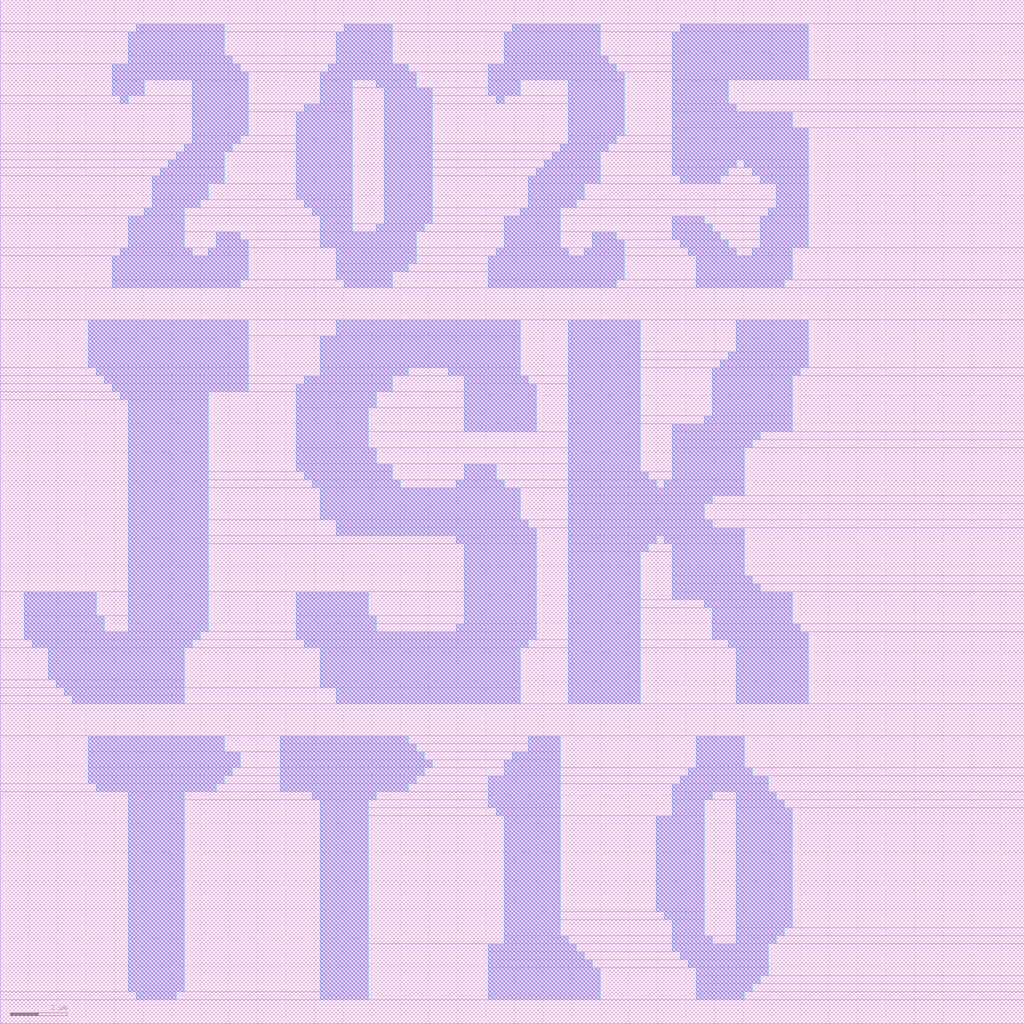
<source format=lef>
VERSION 5.7 ;
  NOWIREEXTENSIONATPIN ON ;
  DIVIDERCHAR "/" ;
  BUSBITCHARS "[]" ;
MACRO my_logo
  CLASS BLOCK ;
  FOREIGN my_logo ;
  ORIGIN 0.000 0.000 ;
  SIZE 35.840 BY 35.840 ;
  OBS
      LAYER met1 ;
        RECT 0.000 35.000 35.840 35.840 ;
        RECT 0.000 34.720 4.760 35.000 ;
      LAYER met1 ;
        RECT 4.760 34.720 7.840 35.000 ;
      LAYER met1 ;
        RECT 7.840 34.720 12.040 35.000 ;
      LAYER met1 ;
        RECT 12.040 34.720 13.720 35.000 ;
      LAYER met1 ;
        RECT 13.720 34.720 17.920 35.000 ;
      LAYER met1 ;
        RECT 17.920 34.720 21.000 35.000 ;
      LAYER met1 ;
        RECT 21.000 34.720 23.800 35.000 ;
      LAYER met1 ;
        RECT 23.800 34.720 28.280 35.000 ;
      LAYER met1 ;
        RECT 0.000 33.600 4.480 34.720 ;
      LAYER met1 ;
        RECT 4.480 33.880 7.840 34.720 ;
      LAYER met1 ;
        RECT 7.840 33.880 11.760 34.720 ;
      LAYER met1 ;
        RECT 4.480 33.600 8.120 33.880 ;
      LAYER met1 ;
        RECT 8.120 33.600 11.760 33.880 ;
      LAYER met1 ;
        RECT 11.760 33.600 13.720 34.720 ;
      LAYER met1 ;
        RECT 13.720 33.600 17.640 34.720 ;
      LAYER met1 ;
        RECT 17.640 33.880 21.000 34.720 ;
      LAYER met1 ;
        RECT 21.000 33.880 23.520 34.720 ;
      LAYER met1 ;
        RECT 17.640 33.600 21.280 33.880 ;
      LAYER met1 ;
        RECT 21.280 33.600 23.520 33.880 ;
        RECT 0.000 32.480 3.920 33.600 ;
      LAYER met1 ;
        RECT 3.920 33.320 8.400 33.600 ;
      LAYER met1 ;
        RECT 8.400 33.320 11.480 33.600 ;
      LAYER met1 ;
        RECT 11.480 33.320 14.280 33.600 ;
      LAYER met1 ;
        RECT 14.280 33.320 17.080 33.600 ;
      LAYER met1 ;
        RECT 17.080 33.320 21.560 33.600 ;
      LAYER met1 ;
        RECT 21.560 33.320 23.520 33.600 ;
      LAYER met1 ;
        RECT 3.920 33.040 8.680 33.320 ;
        RECT 3.920 32.480 5.040 33.040 ;
      LAYER met1 ;
        RECT 5.040 32.480 6.720 33.040 ;
        RECT 0.000 32.200 4.200 32.480 ;
      LAYER met1 ;
        RECT 4.200 32.200 4.480 32.480 ;
      LAYER met1 ;
        RECT 4.480 32.200 6.720 32.480 ;
        RECT 0.000 30.800 6.720 32.200 ;
      LAYER met1 ;
        RECT 6.720 31.080 8.680 33.040 ;
      LAYER met1 ;
        RECT 8.680 32.200 11.200 33.320 ;
      LAYER met1 ;
        RECT 11.200 33.040 14.560 33.320 ;
        RECT 11.200 32.200 12.320 33.040 ;
      LAYER met1 ;
        RECT 12.320 32.760 13.160 33.040 ;
      LAYER met1 ;
        RECT 13.160 32.760 14.560 33.040 ;
      LAYER met1 ;
        RECT 14.560 32.760 17.080 33.320 ;
      LAYER met1 ;
        RECT 17.080 33.040 21.840 33.320 ;
      LAYER met1 ;
        RECT 8.680 31.920 10.640 32.200 ;
      LAYER met1 ;
        RECT 10.640 31.920 12.320 32.200 ;
      LAYER met1 ;
        RECT 8.680 31.080 10.360 31.920 ;
      LAYER met1 ;
        RECT 6.720 30.800 8.400 31.080 ;
      LAYER met1 ;
        RECT 8.400 30.800 10.360 31.080 ;
        RECT 0.000 30.520 6.440 30.800 ;
      LAYER met1 ;
        RECT 6.440 30.520 8.120 30.800 ;
      LAYER met1 ;
        RECT 8.120 30.520 10.360 30.800 ;
        RECT 0.000 30.240 6.160 30.520 ;
      LAYER met1 ;
        RECT 6.160 30.240 7.840 30.520 ;
      LAYER met1 ;
        RECT 0.000 29.960 5.880 30.240 ;
      LAYER met1 ;
        RECT 5.880 29.960 7.840 30.240 ;
      LAYER met1 ;
        RECT 0.000 29.680 5.600 29.960 ;
      LAYER met1 ;
        RECT 5.600 29.680 7.840 29.960 ;
      LAYER met1 ;
        RECT 0.000 28.560 5.320 29.680 ;
      LAYER met1 ;
        RECT 5.320 29.400 7.840 29.680 ;
      LAYER met1 ;
        RECT 7.840 29.400 10.360 30.520 ;
      LAYER met1 ;
        RECT 5.320 28.840 7.280 29.400 ;
      LAYER met1 ;
        RECT 7.280 28.840 10.360 29.400 ;
      LAYER met1 ;
        RECT 10.360 28.840 12.320 31.920 ;
        RECT 5.320 28.560 7.000 28.840 ;
      LAYER met1 ;
        RECT 7.000 28.560 10.640 28.840 ;
      LAYER met1 ;
        RECT 10.640 28.560 12.320 28.840 ;
      LAYER met1 ;
        RECT 0.000 28.280 5.040 28.560 ;
      LAYER met1 ;
        RECT 5.040 28.280 6.440 28.560 ;
      LAYER met1 ;
        RECT 6.440 28.280 10.920 28.560 ;
      LAYER met1 ;
        RECT 10.920 28.280 12.320 28.560 ;
      LAYER met1 ;
        RECT 0.000 27.160 4.480 28.280 ;
      LAYER met1 ;
        RECT 4.480 27.160 6.440 28.280 ;
      LAYER met1 ;
        RECT 6.440 27.720 11.200 28.280 ;
      LAYER met1 ;
        RECT 11.200 27.720 12.320 28.280 ;
      LAYER met1 ;
        RECT 12.320 28.000 13.440 32.760 ;
      LAYER met1 ;
        RECT 13.440 28.000 15.120 32.760 ;
      LAYER met1 ;
        RECT 15.120 32.480 17.080 32.760 ;
      LAYER met1 ;
        RECT 17.080 32.480 18.200 33.040 ;
      LAYER met1 ;
        RECT 18.200 32.480 19.880 33.040 ;
        RECT 15.120 32.200 17.360 32.480 ;
      LAYER met1 ;
        RECT 17.360 32.200 17.640 32.480 ;
      LAYER met1 ;
        RECT 17.640 32.200 19.880 32.480 ;
        RECT 15.120 30.800 19.880 32.200 ;
      LAYER met1 ;
        RECT 19.880 31.080 21.840 33.040 ;
      LAYER met1 ;
        RECT 21.840 31.080 23.520 33.320 ;
      LAYER met1 ;
        RECT 23.520 33.040 28.280 34.720 ;
      LAYER met1 ;
        RECT 28.280 33.040 35.840 35.000 ;
      LAYER met1 ;
        RECT 23.520 32.200 25.480 33.040 ;
      LAYER met1 ;
        RECT 25.480 32.200 35.840 33.040 ;
      LAYER met1 ;
        RECT 23.520 31.920 25.760 32.200 ;
      LAYER met1 ;
        RECT 25.760 31.920 35.840 32.200 ;
      LAYER met1 ;
        RECT 23.520 31.360 27.720 31.920 ;
      LAYER met1 ;
        RECT 27.720 31.360 35.840 31.920 ;
      LAYER met1 ;
        RECT 19.880 30.800 21.560 31.080 ;
      LAYER met1 ;
        RECT 21.560 30.800 23.520 31.080 ;
        RECT 15.120 30.520 19.600 30.800 ;
      LAYER met1 ;
        RECT 19.600 30.520 21.280 30.800 ;
      LAYER met1 ;
        RECT 21.280 30.520 23.520 30.800 ;
        RECT 15.120 30.240 19.320 30.520 ;
      LAYER met1 ;
        RECT 19.320 30.240 21.000 30.520 ;
      LAYER met1 ;
        RECT 15.120 29.960 19.040 30.240 ;
      LAYER met1 ;
        RECT 19.040 29.960 21.000 30.240 ;
      LAYER met1 ;
        RECT 15.120 29.680 18.760 29.960 ;
      LAYER met1 ;
        RECT 18.760 29.680 21.000 29.960 ;
      LAYER met1 ;
        RECT 21.000 29.680 23.520 30.520 ;
      LAYER met1 ;
        RECT 23.520 30.240 28.280 31.360 ;
        RECT 23.520 29.960 25.760 30.240 ;
      LAYER met1 ;
        RECT 25.760 29.960 26.040 30.240 ;
      LAYER met1 ;
        RECT 26.040 29.960 28.280 30.240 ;
        RECT 23.520 29.680 25.480 29.960 ;
      LAYER met1 ;
        RECT 25.480 29.680 26.320 29.960 ;
      LAYER met1 ;
        RECT 26.320 29.680 28.280 29.960 ;
      LAYER met1 ;
        RECT 15.120 28.560 18.480 29.680 ;
      LAYER met1 ;
        RECT 18.480 29.400 21.000 29.680 ;
      LAYER met1 ;
        RECT 21.000 29.400 23.800 29.680 ;
      LAYER met1 ;
        RECT 23.800 29.400 25.200 29.680 ;
      LAYER met1 ;
        RECT 25.200 29.400 26.600 29.680 ;
      LAYER met1 ;
        RECT 26.600 29.400 28.280 29.680 ;
        RECT 18.480 28.840 20.440 29.400 ;
      LAYER met1 ;
        RECT 20.440 28.840 27.160 29.400 ;
      LAYER met1 ;
        RECT 18.480 28.560 20.160 28.840 ;
      LAYER met1 ;
        RECT 20.160 28.560 27.160 28.840 ;
      LAYER met1 ;
        RECT 27.160 28.560 28.280 29.400 ;
      LAYER met1 ;
        RECT 15.120 28.280 18.200 28.560 ;
      LAYER met1 ;
        RECT 18.200 28.280 19.600 28.560 ;
      LAYER met1 ;
        RECT 19.600 28.280 26.880 28.560 ;
      LAYER met1 ;
        RECT 26.880 28.280 28.280 28.560 ;
      LAYER met1 ;
        RECT 15.120 28.000 17.640 28.280 ;
        RECT 12.320 27.720 13.160 28.000 ;
      LAYER met1 ;
        RECT 13.160 27.720 14.840 28.000 ;
      LAYER met1 ;
        RECT 14.840 27.720 17.640 28.000 ;
        RECT 6.440 27.160 7.560 27.720 ;
      LAYER met1 ;
        RECT 7.560 27.440 8.400 27.720 ;
      LAYER met1 ;
        RECT 8.400 27.440 11.200 27.720 ;
      LAYER met1 ;
        RECT 7.560 27.160 8.680 27.440 ;
      LAYER met1 ;
        RECT 8.680 27.160 11.200 27.440 ;
      LAYER met1 ;
        RECT 11.200 27.160 14.560 27.720 ;
      LAYER met1 ;
        RECT 14.560 27.160 17.640 27.720 ;
      LAYER met1 ;
        RECT 17.640 27.160 19.600 28.280 ;
      LAYER met1 ;
        RECT 19.600 27.720 23.520 28.280 ;
      LAYER met1 ;
        RECT 23.520 28.000 24.640 28.280 ;
      LAYER met1 ;
        RECT 24.640 28.000 26.600 28.280 ;
      LAYER met1 ;
        RECT 23.520 27.720 24.920 28.000 ;
      LAYER met1 ;
        RECT 24.920 27.720 26.600 28.000 ;
        RECT 19.600 27.160 20.720 27.720 ;
      LAYER met1 ;
        RECT 20.720 27.440 21.560 27.720 ;
      LAYER met1 ;
        RECT 21.560 27.440 23.520 27.720 ;
      LAYER met1 ;
        RECT 23.520 27.440 25.200 27.720 ;
      LAYER met1 ;
        RECT 25.200 27.440 26.600 27.720 ;
      LAYER met1 ;
        RECT 20.720 27.160 21.840 27.440 ;
      LAYER met1 ;
        RECT 21.840 27.160 23.800 27.440 ;
      LAYER met1 ;
        RECT 23.800 27.160 25.480 27.440 ;
      LAYER met1 ;
        RECT 25.480 27.160 26.600 27.440 ;
      LAYER met1 ;
        RECT 26.600 27.160 28.280 28.280 ;
      LAYER met1 ;
        RECT 28.280 27.160 35.840 31.360 ;
        RECT 0.000 26.880 4.200 27.160 ;
      LAYER met1 ;
        RECT 4.200 26.880 6.720 27.160 ;
      LAYER met1 ;
        RECT 6.720 26.880 7.280 27.160 ;
      LAYER met1 ;
        RECT 7.280 26.880 8.680 27.160 ;
      LAYER met1 ;
        RECT 0.000 25.760 3.920 26.880 ;
      LAYER met1 ;
        RECT 3.920 26.040 8.680 26.880 ;
      LAYER met1 ;
        RECT 8.680 26.040 11.760 27.160 ;
      LAYER met1 ;
        RECT 11.760 26.600 14.560 27.160 ;
      LAYER met1 ;
        RECT 14.560 26.880 17.360 27.160 ;
      LAYER met1 ;
        RECT 17.360 26.880 19.880 27.160 ;
      LAYER met1 ;
        RECT 19.880 26.880 20.440 27.160 ;
      LAYER met1 ;
        RECT 20.440 26.880 21.840 27.160 ;
      LAYER met1 ;
        RECT 21.840 26.880 24.080 27.160 ;
      LAYER met1 ;
        RECT 24.080 26.880 25.760 27.160 ;
      LAYER met1 ;
        RECT 25.760 26.880 26.320 27.160 ;
      LAYER met1 ;
        RECT 26.320 26.880 27.720 27.160 ;
      LAYER met1 ;
        RECT 14.560 26.600 17.080 26.880 ;
      LAYER met1 ;
        RECT 11.760 26.320 14.280 26.600 ;
      LAYER met1 ;
        RECT 14.280 26.320 17.080 26.600 ;
      LAYER met1 ;
        RECT 11.760 26.040 13.720 26.320 ;
        RECT 3.920 25.760 8.400 26.040 ;
      LAYER met1 ;
        RECT 8.400 25.760 12.040 26.040 ;
      LAYER met1 ;
        RECT 12.040 25.760 13.720 26.040 ;
      LAYER met1 ;
        RECT 13.720 25.760 17.080 26.320 ;
      LAYER met1 ;
        RECT 17.080 26.040 21.840 26.880 ;
      LAYER met1 ;
        RECT 21.840 26.040 24.360 26.880 ;
      LAYER met1 ;
        RECT 24.360 26.040 27.720 26.880 ;
      LAYER met1 ;
        RECT 27.720 26.040 35.840 27.160 ;
      LAYER met1 ;
        RECT 17.080 25.760 21.560 26.040 ;
      LAYER met1 ;
        RECT 21.560 25.760 24.360 26.040 ;
      LAYER met1 ;
        RECT 24.360 25.760 27.440 26.040 ;
      LAYER met1 ;
        RECT 27.440 25.760 35.840 26.040 ;
        RECT 0.000 24.640 35.840 25.760 ;
        RECT 0.000 22.960 3.080 24.640 ;
      LAYER met1 ;
        RECT 3.080 22.960 8.680 24.640 ;
      LAYER met1 ;
        RECT 8.680 24.080 11.760 24.640 ;
      LAYER met1 ;
        RECT 11.760 24.080 18.200 24.640 ;
      LAYER met1 ;
        RECT 0.000 22.680 3.360 22.960 ;
      LAYER met1 ;
        RECT 3.360 22.680 8.680 22.960 ;
      LAYER met1 ;
        RECT 8.680 22.680 11.200 24.080 ;
      LAYER met1 ;
        RECT 11.200 22.960 18.200 24.080 ;
        RECT 11.200 22.680 14.280 22.960 ;
      LAYER met1 ;
        RECT 14.280 22.680 15.680 22.960 ;
      LAYER met1 ;
        RECT 15.680 22.680 18.200 22.960 ;
      LAYER met1 ;
        RECT 18.200 22.680 19.880 24.640 ;
        RECT 0.000 22.400 3.640 22.680 ;
      LAYER met1 ;
        RECT 3.640 22.400 8.680 22.680 ;
      LAYER met1 ;
        RECT 8.680 22.400 10.640 22.680 ;
      LAYER met1 ;
        RECT 10.640 22.400 13.720 22.680 ;
      LAYER met1 ;
        RECT 0.000 22.120 3.920 22.400 ;
      LAYER met1 ;
        RECT 3.920 22.120 8.680 22.400 ;
      LAYER met1 ;
        RECT 8.680 22.120 10.360 22.400 ;
      LAYER met1 ;
        RECT 10.360 22.120 13.720 22.400 ;
      LAYER met1 ;
        RECT 13.720 22.120 16.240 22.680 ;
      LAYER met1 ;
        RECT 16.240 22.400 18.480 22.680 ;
      LAYER met1 ;
        RECT 18.480 22.400 19.880 22.680 ;
        RECT 0.000 21.840 4.200 22.120 ;
      LAYER met1 ;
        RECT 4.200 21.840 7.280 22.120 ;
      LAYER met1 ;
        RECT 0.000 15.120 4.480 21.840 ;
        RECT 0.000 13.440 0.840 15.120 ;
      LAYER met1 ;
        RECT 0.840 14.280 3.360 15.120 ;
      LAYER met1 ;
        RECT 3.360 14.280 4.480 15.120 ;
      LAYER met1 ;
        RECT 0.840 13.720 3.640 14.280 ;
      LAYER met1 ;
        RECT 3.640 13.720 4.480 14.280 ;
      LAYER met1 ;
        RECT 4.480 13.720 7.280 21.840 ;
      LAYER met1 ;
        RECT 7.280 19.320 10.360 22.120 ;
      LAYER met1 ;
        RECT 10.360 21.560 13.160 22.120 ;
      LAYER met1 ;
        RECT 13.160 21.560 16.240 22.120 ;
      LAYER met1 ;
        RECT 10.360 20.160 12.880 21.560 ;
      LAYER met1 ;
        RECT 12.880 20.720 16.240 21.560 ;
      LAYER met1 ;
        RECT 16.240 20.720 18.760 22.400 ;
      LAYER met1 ;
        RECT 18.760 20.720 19.880 22.400 ;
        RECT 12.880 20.160 19.880 20.720 ;
      LAYER met1 ;
        RECT 10.360 19.600 13.160 20.160 ;
      LAYER met1 ;
        RECT 13.160 19.600 19.880 20.160 ;
      LAYER met1 ;
        RECT 10.360 19.320 13.720 19.600 ;
      LAYER met1 ;
        RECT 7.280 19.040 10.640 19.320 ;
      LAYER met1 ;
        RECT 10.640 19.040 13.720 19.320 ;
      LAYER met1 ;
        RECT 13.720 19.040 16.240 19.600 ;
      LAYER met1 ;
        RECT 16.240 19.040 17.360 19.600 ;
      LAYER met1 ;
        RECT 17.360 19.040 19.880 19.600 ;
      LAYER met1 ;
        RECT 19.880 19.320 22.400 24.640 ;
      LAYER met1 ;
        RECT 22.400 23.520 25.760 24.640 ;
      LAYER met1 ;
        RECT 25.760 23.520 28.280 24.640 ;
      LAYER met1 ;
        RECT 22.400 23.240 25.480 23.520 ;
      LAYER met1 ;
        RECT 25.480 23.240 28.280 23.520 ;
      LAYER met1 ;
        RECT 22.400 22.960 25.200 23.240 ;
      LAYER met1 ;
        RECT 25.200 22.960 28.280 23.240 ;
      LAYER met1 ;
        RECT 28.280 22.960 35.840 24.640 ;
        RECT 22.400 21.280 24.920 22.960 ;
      LAYER met1 ;
        RECT 24.920 22.680 28.000 22.960 ;
      LAYER met1 ;
        RECT 28.000 22.680 35.840 22.960 ;
      LAYER met1 ;
        RECT 24.920 21.280 27.720 22.680 ;
      LAYER met1 ;
        RECT 22.400 21.000 24.640 21.280 ;
      LAYER met1 ;
        RECT 24.640 21.000 27.720 21.280 ;
      LAYER met1 ;
        RECT 22.400 19.320 23.520 21.000 ;
      LAYER met1 ;
        RECT 23.520 20.720 27.720 21.000 ;
      LAYER met1 ;
        RECT 27.720 20.720 35.840 22.680 ;
      LAYER met1 ;
        RECT 23.520 20.440 26.600 20.720 ;
      LAYER met1 ;
        RECT 26.600 20.440 35.840 20.720 ;
      LAYER met1 ;
        RECT 23.520 20.160 26.320 20.440 ;
      LAYER met1 ;
        RECT 26.320 20.160 35.840 20.440 ;
      LAYER met1 ;
        RECT 19.880 19.040 22.680 19.320 ;
      LAYER met1 ;
        RECT 22.680 19.040 23.520 19.320 ;
      LAYER met1 ;
        RECT 23.520 19.040 26.040 20.160 ;
      LAYER met1 ;
        RECT 7.280 18.760 10.920 19.040 ;
      LAYER met1 ;
        RECT 10.920 18.760 14.000 19.040 ;
      LAYER met1 ;
        RECT 14.000 18.760 15.960 19.040 ;
      LAYER met1 ;
        RECT 15.960 18.760 17.640 19.040 ;
      LAYER met1 ;
        RECT 17.640 18.760 19.880 19.040 ;
      LAYER met1 ;
        RECT 19.880 18.760 22.960 19.040 ;
      LAYER met1 ;
        RECT 22.960 18.760 23.240 19.040 ;
      LAYER met1 ;
        RECT 23.240 18.760 26.040 19.040 ;
      LAYER met1 ;
        RECT 7.280 17.640 11.200 18.760 ;
      LAYER met1 ;
        RECT 11.200 17.640 18.200 18.760 ;
      LAYER met1 ;
        RECT 18.200 17.640 19.880 18.760 ;
      LAYER met1 ;
        RECT 19.880 18.480 26.040 18.760 ;
      LAYER met1 ;
        RECT 26.040 18.480 35.840 20.160 ;
      LAYER met1 ;
        RECT 19.880 18.200 24.920 18.480 ;
      LAYER met1 ;
        RECT 24.920 18.200 35.840 18.480 ;
      LAYER met1 ;
        RECT 19.880 17.640 24.640 18.200 ;
      LAYER met1 ;
        RECT 24.640 17.640 35.840 18.200 ;
        RECT 7.280 17.080 11.760 17.640 ;
      LAYER met1 ;
        RECT 11.760 17.360 18.480 17.640 ;
      LAYER met1 ;
        RECT 18.480 17.360 19.880 17.640 ;
      LAYER met1 ;
        RECT 19.880 17.360 24.920 17.640 ;
      LAYER met1 ;
        RECT 24.920 17.360 35.840 17.640 ;
      LAYER met1 ;
        RECT 11.760 17.080 18.760 17.360 ;
      LAYER met1 ;
        RECT 7.280 16.800 15.960 17.080 ;
      LAYER met1 ;
        RECT 15.960 16.800 18.760 17.080 ;
      LAYER met1 ;
        RECT 7.280 15.120 16.240 16.800 ;
        RECT 7.280 13.720 10.360 15.120 ;
      LAYER met1 ;
        RECT 10.360 14.280 12.880 15.120 ;
      LAYER met1 ;
        RECT 12.880 14.280 16.240 15.120 ;
      LAYER met1 ;
        RECT 10.360 13.720 13.160 14.280 ;
      LAYER met1 ;
        RECT 13.160 14.000 16.240 14.280 ;
      LAYER met1 ;
        RECT 16.240 14.000 18.760 16.800 ;
      LAYER met1 ;
        RECT 13.160 13.720 15.960 14.000 ;
      LAYER met1 ;
        RECT 15.960 13.720 18.760 14.000 ;
        RECT 0.840 13.440 7.000 13.720 ;
      LAYER met1 ;
        RECT 7.000 13.440 10.360 13.720 ;
      LAYER met1 ;
        RECT 10.360 13.440 18.760 13.720 ;
      LAYER met1 ;
        RECT 18.760 13.440 19.880 17.360 ;
      LAYER met1 ;
        RECT 19.880 17.080 26.040 17.360 ;
        RECT 19.880 16.800 22.960 17.080 ;
      LAYER met1 ;
        RECT 22.960 16.800 23.240 17.080 ;
      LAYER met1 ;
        RECT 23.240 16.800 26.040 17.080 ;
        RECT 19.880 16.520 22.680 16.800 ;
      LAYER met1 ;
        RECT 22.680 16.520 23.520 16.800 ;
        RECT 0.000 13.160 1.120 13.440 ;
      LAYER met1 ;
        RECT 1.120 13.160 6.720 13.440 ;
      LAYER met1 ;
        RECT 6.720 13.160 10.640 13.440 ;
      LAYER met1 ;
        RECT 10.640 13.160 18.480 13.440 ;
      LAYER met1 ;
        RECT 18.480 13.160 19.880 13.440 ;
        RECT 0.000 12.040 1.680 13.160 ;
      LAYER met1 ;
        RECT 1.680 12.040 6.440 13.160 ;
      LAYER met1 ;
        RECT 0.000 11.760 1.960 12.040 ;
      LAYER met1 ;
        RECT 1.960 11.760 6.440 12.040 ;
      LAYER met1 ;
        RECT 6.440 11.760 11.200 13.160 ;
      LAYER met1 ;
        RECT 11.200 11.760 18.200 13.160 ;
      LAYER met1 ;
        RECT 0.000 11.480 2.240 11.760 ;
      LAYER met1 ;
        RECT 2.240 11.480 6.440 11.760 ;
      LAYER met1 ;
        RECT 0.000 11.200 2.520 11.480 ;
      LAYER met1 ;
        RECT 2.520 11.200 6.440 11.480 ;
      LAYER met1 ;
        RECT 6.440 11.200 11.760 11.760 ;
      LAYER met1 ;
        RECT 11.760 11.200 18.200 11.760 ;
      LAYER met1 ;
        RECT 18.200 11.200 19.880 13.160 ;
      LAYER met1 ;
        RECT 19.880 11.200 22.400 16.520 ;
      LAYER met1 ;
        RECT 22.400 14.840 23.520 16.520 ;
      LAYER met1 ;
        RECT 23.520 15.680 26.040 16.800 ;
      LAYER met1 ;
        RECT 26.040 15.680 35.840 17.360 ;
      LAYER met1 ;
        RECT 23.520 15.400 26.320 15.680 ;
      LAYER met1 ;
        RECT 26.320 15.400 35.840 15.680 ;
      LAYER met1 ;
        RECT 23.520 15.120 26.600 15.400 ;
      LAYER met1 ;
        RECT 26.600 15.120 35.840 15.400 ;
      LAYER met1 ;
        RECT 23.520 14.840 27.720 15.120 ;
      LAYER met1 ;
        RECT 22.400 14.560 24.640 14.840 ;
      LAYER met1 ;
        RECT 24.640 14.560 27.720 14.840 ;
      LAYER met1 ;
        RECT 22.400 13.440 24.920 14.560 ;
      LAYER met1 ;
        RECT 24.920 14.000 27.720 14.560 ;
      LAYER met1 ;
        RECT 27.720 14.000 35.840 15.120 ;
      LAYER met1 ;
        RECT 24.920 13.720 28.000 14.000 ;
      LAYER met1 ;
        RECT 28.000 13.720 35.840 14.000 ;
      LAYER met1 ;
        RECT 24.920 13.440 28.280 13.720 ;
      LAYER met1 ;
        RECT 22.400 13.160 25.480 13.440 ;
      LAYER met1 ;
        RECT 25.480 13.160 28.280 13.440 ;
      LAYER met1 ;
        RECT 22.400 11.200 25.760 13.160 ;
      LAYER met1 ;
        RECT 25.760 11.200 28.280 13.160 ;
      LAYER met1 ;
        RECT 28.280 11.200 35.840 13.720 ;
        RECT 0.000 10.080 35.840 11.200 ;
        RECT 0.000 8.400 3.080 10.080 ;
      LAYER met1 ;
        RECT 3.080 9.520 7.840 10.080 ;
      LAYER met1 ;
        RECT 7.840 9.520 9.800 10.080 ;
      LAYER met1 ;
        RECT 9.800 9.800 14.280 10.080 ;
      LAYER met1 ;
        RECT 14.280 9.800 18.480 10.080 ;
      LAYER met1 ;
        RECT 9.800 9.520 14.560 9.800 ;
      LAYER met1 ;
        RECT 14.560 9.520 18.480 9.800 ;
      LAYER met1 ;
        RECT 18.480 9.520 19.600 10.080 ;
        RECT 3.080 8.960 8.400 9.520 ;
      LAYER met1 ;
        RECT 8.400 8.960 9.800 9.520 ;
      LAYER met1 ;
        RECT 9.800 9.240 14.840 9.520 ;
      LAYER met1 ;
        RECT 14.840 9.240 17.920 9.520 ;
      LAYER met1 ;
        RECT 17.920 9.240 19.600 9.520 ;
        RECT 9.800 8.960 15.120 9.240 ;
      LAYER met1 ;
        RECT 15.120 8.960 17.640 9.240 ;
      LAYER met1 ;
        RECT 3.080 8.680 8.120 8.960 ;
      LAYER met1 ;
        RECT 8.120 8.680 9.800 8.960 ;
      LAYER met1 ;
        RECT 9.800 8.680 14.840 8.960 ;
      LAYER met1 ;
        RECT 14.840 8.680 17.640 8.960 ;
      LAYER met1 ;
        RECT 17.640 8.680 19.600 9.240 ;
      LAYER met1 ;
        RECT 19.600 8.960 24.360 10.080 ;
      LAYER met1 ;
        RECT 24.360 8.960 26.040 10.080 ;
      LAYER met1 ;
        RECT 26.040 8.960 35.840 10.080 ;
        RECT 19.600 8.680 24.080 8.960 ;
      LAYER met1 ;
        RECT 24.080 8.680 26.320 8.960 ;
      LAYER met1 ;
        RECT 26.320 8.680 35.840 8.960 ;
      LAYER met1 ;
        RECT 3.080 8.400 7.840 8.680 ;
      LAYER met1 ;
        RECT 7.840 8.400 9.800 8.680 ;
      LAYER met1 ;
        RECT 9.800 8.400 14.560 8.680 ;
      LAYER met1 ;
        RECT 14.560 8.400 17.080 8.680 ;
        RECT 0.000 8.120 3.360 8.400 ;
      LAYER met1 ;
        RECT 3.360 8.120 7.560 8.400 ;
      LAYER met1 ;
        RECT 7.560 8.120 9.800 8.400 ;
      LAYER met1 ;
        RECT 9.800 8.120 14.280 8.400 ;
      LAYER met1 ;
        RECT 14.280 8.120 17.080 8.400 ;
        RECT 0.000 1.120 4.480 8.120 ;
      LAYER met1 ;
        RECT 4.480 1.120 6.440 8.120 ;
      LAYER met1 ;
        RECT 6.440 7.840 10.920 8.120 ;
      LAYER met1 ;
        RECT 10.920 7.840 13.160 8.120 ;
      LAYER met1 ;
        RECT 13.160 7.840 17.080 8.120 ;
        RECT 6.440 1.120 11.200 7.840 ;
        RECT 0.000 0.840 4.760 1.120 ;
      LAYER met1 ;
        RECT 4.760 0.840 6.160 1.120 ;
      LAYER met1 ;
        RECT 6.160 0.840 11.200 1.120 ;
      LAYER met1 ;
        RECT 11.200 0.840 12.880 7.840 ;
      LAYER met1 ;
        RECT 12.880 7.560 17.080 7.840 ;
      LAYER met1 ;
        RECT 17.080 7.560 19.600 8.680 ;
      LAYER met1 ;
        RECT 19.600 8.400 23.800 8.680 ;
      LAYER met1 ;
        RECT 23.800 8.400 26.880 8.680 ;
      LAYER met1 ;
        RECT 12.880 7.280 17.360 7.560 ;
      LAYER met1 ;
        RECT 17.360 7.280 19.600 7.560 ;
      LAYER met1 ;
        RECT 19.600 7.280 23.520 8.400 ;
      LAYER met1 ;
        RECT 23.520 8.120 26.880 8.400 ;
      LAYER met1 ;
        RECT 26.880 8.120 35.840 8.680 ;
      LAYER met1 ;
        RECT 23.520 7.840 24.920 8.120 ;
      LAYER met1 ;
        RECT 24.920 7.840 25.760 8.120 ;
      LAYER met1 ;
        RECT 25.760 7.840 27.160 8.120 ;
      LAYER met1 ;
        RECT 27.160 7.840 35.840 8.120 ;
      LAYER met1 ;
        RECT 23.520 7.280 24.640 7.840 ;
      LAYER met1 ;
        RECT 12.880 2.800 17.640 7.280 ;
      LAYER met1 ;
        RECT 17.640 3.080 19.600 7.280 ;
      LAYER met1 ;
        RECT 19.600 3.920 22.960 7.280 ;
      LAYER met1 ;
        RECT 22.960 3.920 24.640 7.280 ;
      LAYER met1 ;
        RECT 19.600 3.640 23.240 3.920 ;
      LAYER met1 ;
        RECT 23.240 3.640 24.640 3.920 ;
      LAYER met1 ;
        RECT 19.600 3.080 23.520 3.640 ;
      LAYER met1 ;
        RECT 23.520 3.080 24.640 3.640 ;
      LAYER met1 ;
        RECT 24.640 3.080 25.760 7.840 ;
      LAYER met1 ;
        RECT 25.760 7.560 27.440 7.840 ;
      LAYER met1 ;
        RECT 27.440 7.560 35.840 7.840 ;
      LAYER met1 ;
        RECT 25.760 3.360 27.720 7.560 ;
      LAYER met1 ;
        RECT 27.720 3.360 35.840 7.560 ;
      LAYER met1 ;
        RECT 25.760 3.080 27.440 3.360 ;
      LAYER met1 ;
        RECT 27.440 3.080 35.840 3.360 ;
      LAYER met1 ;
        RECT 17.640 2.800 19.880 3.080 ;
      LAYER met1 ;
        RECT 19.880 2.800 23.520 3.080 ;
      LAYER met1 ;
        RECT 23.520 2.800 24.920 3.080 ;
      LAYER met1 ;
        RECT 24.920 2.800 25.760 3.080 ;
      LAYER met1 ;
        RECT 25.760 2.800 27.160 3.080 ;
      LAYER met1 ;
        RECT 27.160 2.800 35.840 3.080 ;
        RECT 12.880 0.840 17.080 2.800 ;
      LAYER met1 ;
        RECT 17.080 2.520 20.160 2.800 ;
      LAYER met1 ;
        RECT 20.160 2.520 23.520 2.800 ;
      LAYER met1 ;
        RECT 23.520 2.520 26.880 2.800 ;
        RECT 17.080 2.240 20.440 2.520 ;
      LAYER met1 ;
        RECT 20.440 2.240 23.800 2.520 ;
      LAYER met1 ;
        RECT 23.800 2.240 26.880 2.520 ;
        RECT 17.080 1.960 20.720 2.240 ;
      LAYER met1 ;
        RECT 20.720 1.960 24.080 2.240 ;
      LAYER met1 ;
        RECT 24.080 1.960 26.880 2.240 ;
        RECT 17.080 0.840 21.000 1.960 ;
      LAYER met1 ;
        RECT 21.000 0.840 24.360 1.960 ;
      LAYER met1 ;
        RECT 24.360 1.680 26.880 1.960 ;
      LAYER met1 ;
        RECT 26.880 1.680 35.840 2.800 ;
      LAYER met1 ;
        RECT 24.360 1.400 26.600 1.680 ;
      LAYER met1 ;
        RECT 26.600 1.400 35.840 1.680 ;
      LAYER met1 ;
        RECT 24.360 1.120 26.320 1.400 ;
      LAYER met1 ;
        RECT 26.320 1.120 35.840 1.400 ;
      LAYER met1 ;
        RECT 24.360 0.840 26.040 1.120 ;
      LAYER met1 ;
        RECT 26.040 0.840 35.840 1.120 ;
        RECT 0.000 0.000 35.840 0.840 ;
      LAYER met2 ;
        RECT 4.760 34.720 7.840 35.000 ;
        RECT 12.040 34.720 13.720 35.000 ;
        RECT 17.920 34.720 21.000 35.000 ;
        RECT 23.800 34.720 28.280 35.000 ;
        RECT 4.480 33.880 7.840 34.720 ;
        RECT 4.480 33.600 8.120 33.880 ;
        RECT 11.760 33.600 13.720 34.720 ;
        RECT 17.640 33.880 21.000 34.720 ;
        RECT 17.640 33.600 21.280 33.880 ;
        RECT 3.920 33.320 8.400 33.600 ;
        RECT 11.480 33.320 14.280 33.600 ;
        RECT 17.080 33.320 21.560 33.600 ;
        RECT 3.920 33.040 8.680 33.320 ;
        RECT 3.920 32.480 5.040 33.040 ;
        RECT 4.200 32.200 4.480 32.480 ;
        RECT 6.720 31.080 8.680 33.040 ;
        RECT 11.200 33.040 14.560 33.320 ;
        RECT 11.200 32.200 12.320 33.040 ;
        RECT 13.160 32.760 14.560 33.040 ;
        RECT 17.080 33.040 21.840 33.320 ;
        RECT 10.640 31.920 12.320 32.200 ;
        RECT 6.720 30.800 8.400 31.080 ;
        RECT 6.440 30.520 8.120 30.800 ;
        RECT 6.160 30.240 7.840 30.520 ;
        RECT 5.880 29.960 7.840 30.240 ;
        RECT 5.600 29.680 7.840 29.960 ;
        RECT 5.320 29.400 7.840 29.680 ;
        RECT 5.320 28.840 7.280 29.400 ;
        RECT 10.360 28.840 12.320 31.920 ;
        RECT 5.320 28.560 7.000 28.840 ;
        RECT 10.640 28.560 12.320 28.840 ;
        RECT 5.040 28.280 6.440 28.560 ;
        RECT 10.920 28.280 12.320 28.560 ;
        RECT 4.480 27.160 6.440 28.280 ;
        RECT 11.200 27.720 12.320 28.280 ;
        RECT 13.440 28.000 15.120 32.760 ;
        RECT 17.080 32.480 18.200 33.040 ;
        RECT 17.360 32.200 17.640 32.480 ;
        RECT 19.880 31.080 21.840 33.040 ;
        RECT 23.520 33.040 28.280 34.720 ;
        RECT 23.520 32.200 25.480 33.040 ;
        RECT 23.520 31.920 25.760 32.200 ;
        RECT 23.520 31.360 27.720 31.920 ;
        RECT 19.880 30.800 21.560 31.080 ;
        RECT 19.600 30.520 21.280 30.800 ;
        RECT 19.320 30.240 21.000 30.520 ;
        RECT 19.040 29.960 21.000 30.240 ;
        RECT 18.760 29.680 21.000 29.960 ;
        RECT 23.520 30.240 28.280 31.360 ;
        RECT 23.520 29.960 25.760 30.240 ;
        RECT 26.040 29.960 28.280 30.240 ;
        RECT 23.520 29.680 25.480 29.960 ;
        RECT 26.320 29.680 28.280 29.960 ;
        RECT 18.480 29.400 21.000 29.680 ;
        RECT 23.800 29.400 25.200 29.680 ;
        RECT 26.600 29.400 28.280 29.680 ;
        RECT 18.480 28.840 20.440 29.400 ;
        RECT 18.480 28.560 20.160 28.840 ;
        RECT 27.160 28.560 28.280 29.400 ;
        RECT 18.200 28.280 19.600 28.560 ;
        RECT 26.880 28.280 28.280 28.560 ;
        RECT 13.160 27.720 14.840 28.000 ;
        RECT 7.560 27.440 8.400 27.720 ;
        RECT 7.560 27.160 8.680 27.440 ;
        RECT 11.200 27.160 14.560 27.720 ;
        RECT 17.640 27.160 19.600 28.280 ;
        RECT 23.520 28.000 24.640 28.280 ;
        RECT 23.520 27.720 24.920 28.000 ;
        RECT 20.720 27.440 21.560 27.720 ;
        RECT 23.520 27.440 25.200 27.720 ;
        RECT 20.720 27.160 21.840 27.440 ;
        RECT 23.800 27.160 25.480 27.440 ;
        RECT 26.600 27.160 28.280 28.280 ;
        RECT 4.200 26.880 6.720 27.160 ;
        RECT 7.280 26.880 8.680 27.160 ;
        RECT 3.920 26.040 8.680 26.880 ;
        RECT 11.760 26.600 14.560 27.160 ;
        RECT 17.360 26.880 19.880 27.160 ;
        RECT 20.440 26.880 21.840 27.160 ;
        RECT 24.080 26.880 25.760 27.160 ;
        RECT 26.320 26.880 27.720 27.160 ;
        RECT 11.760 26.320 14.280 26.600 ;
        RECT 11.760 26.040 13.720 26.320 ;
        RECT 3.920 25.760 8.400 26.040 ;
        RECT 12.040 25.760 13.720 26.040 ;
        RECT 17.080 26.040 21.840 26.880 ;
        RECT 24.360 26.040 27.720 26.880 ;
        RECT 17.080 25.760 21.560 26.040 ;
        RECT 24.360 25.760 27.440 26.040 ;
        RECT 3.080 22.960 8.680 24.640 ;
        RECT 11.760 24.080 18.200 24.640 ;
        RECT 3.360 22.680 8.680 22.960 ;
        RECT 11.200 22.960 18.200 24.080 ;
        RECT 11.200 22.680 14.280 22.960 ;
        RECT 15.680 22.680 18.200 22.960 ;
        RECT 3.640 22.400 8.680 22.680 ;
        RECT 10.640 22.400 13.720 22.680 ;
        RECT 3.920 22.120 8.680 22.400 ;
        RECT 10.360 22.120 13.720 22.400 ;
        RECT 16.240 22.400 18.480 22.680 ;
        RECT 4.200 21.840 7.280 22.120 ;
        RECT 0.840 14.280 3.360 15.120 ;
        RECT 0.840 13.720 3.640 14.280 ;
        RECT 4.480 13.720 7.280 21.840 ;
        RECT 10.360 21.560 13.160 22.120 ;
        RECT 10.360 20.160 12.880 21.560 ;
        RECT 16.240 20.720 18.760 22.400 ;
        RECT 10.360 19.600 13.160 20.160 ;
        RECT 10.360 19.320 13.720 19.600 ;
        RECT 10.640 19.040 13.720 19.320 ;
        RECT 16.240 19.040 17.360 19.600 ;
        RECT 19.880 19.320 22.400 24.640 ;
        RECT 25.760 23.520 28.280 24.640 ;
        RECT 25.480 23.240 28.280 23.520 ;
        RECT 25.200 22.960 28.280 23.240 ;
        RECT 24.920 22.680 28.000 22.960 ;
        RECT 24.920 21.280 27.720 22.680 ;
        RECT 24.640 21.000 27.720 21.280 ;
        RECT 23.520 20.720 27.720 21.000 ;
        RECT 23.520 20.440 26.600 20.720 ;
        RECT 23.520 20.160 26.320 20.440 ;
        RECT 19.880 19.040 22.680 19.320 ;
        RECT 23.520 19.040 26.040 20.160 ;
        RECT 10.920 18.760 14.000 19.040 ;
        RECT 15.960 18.760 17.640 19.040 ;
        RECT 19.880 18.760 22.960 19.040 ;
        RECT 23.240 18.760 26.040 19.040 ;
        RECT 11.200 17.640 18.200 18.760 ;
        RECT 19.880 18.480 26.040 18.760 ;
        RECT 19.880 18.200 24.920 18.480 ;
        RECT 19.880 17.640 24.640 18.200 ;
        RECT 11.760 17.360 18.480 17.640 ;
        RECT 19.880 17.360 24.920 17.640 ;
        RECT 11.760 17.080 18.760 17.360 ;
        RECT 15.960 16.800 18.760 17.080 ;
        RECT 10.360 14.280 12.880 15.120 ;
        RECT 10.360 13.720 13.160 14.280 ;
        RECT 16.240 14.000 18.760 16.800 ;
        RECT 15.960 13.720 18.760 14.000 ;
        RECT 0.840 13.440 7.000 13.720 ;
        RECT 10.360 13.440 18.760 13.720 ;
        RECT 19.880 17.080 26.040 17.360 ;
        RECT 19.880 16.800 22.960 17.080 ;
        RECT 23.240 16.800 26.040 17.080 ;
        RECT 19.880 16.520 22.680 16.800 ;
        RECT 1.120 13.160 6.720 13.440 ;
        RECT 10.640 13.160 18.480 13.440 ;
        RECT 1.680 12.040 6.440 13.160 ;
        RECT 1.960 11.760 6.440 12.040 ;
        RECT 11.200 11.760 18.200 13.160 ;
        RECT 2.240 11.480 6.440 11.760 ;
        RECT 2.520 11.200 6.440 11.480 ;
        RECT 11.760 11.200 18.200 11.760 ;
        RECT 19.880 11.200 22.400 16.520 ;
        RECT 23.520 15.680 26.040 16.800 ;
        RECT 23.520 15.400 26.320 15.680 ;
        RECT 23.520 15.120 26.600 15.400 ;
        RECT 23.520 14.840 27.720 15.120 ;
        RECT 24.640 14.560 27.720 14.840 ;
        RECT 24.920 14.000 27.720 14.560 ;
        RECT 24.920 13.720 28.000 14.000 ;
        RECT 24.920 13.440 28.280 13.720 ;
        RECT 25.480 13.160 28.280 13.440 ;
        RECT 25.760 11.200 28.280 13.160 ;
        RECT 3.080 9.520 7.840 10.080 ;
        RECT 9.800 9.800 14.280 10.080 ;
        RECT 9.800 9.520 14.560 9.800 ;
        RECT 18.480 9.520 19.600 10.080 ;
        RECT 3.080 8.960 8.400 9.520 ;
        RECT 9.800 9.240 14.840 9.520 ;
        RECT 17.920 9.240 19.600 9.520 ;
        RECT 9.800 8.960 15.120 9.240 ;
        RECT 3.080 8.680 8.120 8.960 ;
        RECT 9.800 8.680 14.840 8.960 ;
        RECT 17.640 8.680 19.600 9.240 ;
        RECT 24.360 8.960 26.040 10.080 ;
        RECT 24.080 8.680 26.320 8.960 ;
        RECT 3.080 8.400 7.840 8.680 ;
        RECT 9.800 8.400 14.560 8.680 ;
        RECT 3.360 8.120 7.560 8.400 ;
        RECT 9.800 8.120 14.280 8.400 ;
        RECT 4.480 1.120 6.440 8.120 ;
        RECT 10.920 7.840 13.160 8.120 ;
        RECT 4.760 0.840 6.160 1.120 ;
        RECT 11.200 0.840 12.880 7.840 ;
        RECT 17.080 7.560 19.600 8.680 ;
        RECT 23.800 8.400 26.880 8.680 ;
        RECT 17.360 7.280 19.600 7.560 ;
        RECT 23.520 8.120 26.880 8.400 ;
        RECT 23.520 7.840 24.920 8.120 ;
        RECT 25.760 7.840 27.160 8.120 ;
        RECT 23.520 7.280 24.640 7.840 ;
        RECT 17.640 3.080 19.600 7.280 ;
        RECT 22.960 3.920 24.640 7.280 ;
        RECT 23.240 3.640 24.640 3.920 ;
        RECT 23.520 3.080 24.640 3.640 ;
        RECT 25.760 7.560 27.440 7.840 ;
        RECT 25.760 3.360 27.720 7.560 ;
        RECT 25.760 3.080 27.440 3.360 ;
        RECT 17.640 2.800 19.880 3.080 ;
        RECT 23.520 2.800 24.920 3.080 ;
        RECT 25.760 2.800 27.160 3.080 ;
        RECT 17.080 2.520 20.160 2.800 ;
        RECT 23.520 2.520 26.880 2.800 ;
        RECT 17.080 2.240 20.440 2.520 ;
        RECT 23.800 2.240 26.880 2.520 ;
        RECT 17.080 1.960 20.720 2.240 ;
        RECT 24.080 1.960 26.880 2.240 ;
        RECT 17.080 0.840 21.000 1.960 ;
        RECT 24.360 1.680 26.880 1.960 ;
        RECT 24.360 1.400 26.600 1.680 ;
        RECT 24.360 1.120 26.320 1.400 ;
        RECT 24.360 0.840 26.040 1.120 ;
      LAYER met3 ;
        RECT 4.760 34.720 7.840 35.000 ;
        RECT 12.040 34.720 13.720 35.000 ;
        RECT 17.920 34.720 21.000 35.000 ;
        RECT 23.800 34.720 28.280 35.000 ;
        RECT 4.480 33.880 7.840 34.720 ;
        RECT 4.480 33.600 8.120 33.880 ;
        RECT 11.760 33.600 13.720 34.720 ;
        RECT 17.640 33.880 21.000 34.720 ;
        RECT 17.640 33.600 21.280 33.880 ;
        RECT 3.920 33.320 8.400 33.600 ;
        RECT 11.480 33.320 14.280 33.600 ;
        RECT 17.080 33.320 21.560 33.600 ;
        RECT 3.920 33.040 8.680 33.320 ;
        RECT 3.920 32.480 5.040 33.040 ;
        RECT 4.200 32.200 4.480 32.480 ;
        RECT 6.720 31.080 8.680 33.040 ;
        RECT 11.200 33.040 14.560 33.320 ;
        RECT 11.200 32.200 12.320 33.040 ;
        RECT 13.160 32.760 14.560 33.040 ;
        RECT 17.080 33.040 21.840 33.320 ;
        RECT 10.640 31.920 12.320 32.200 ;
        RECT 6.720 30.800 8.400 31.080 ;
        RECT 6.440 30.520 8.120 30.800 ;
        RECT 6.160 30.240 7.840 30.520 ;
        RECT 5.880 29.960 7.840 30.240 ;
        RECT 5.600 29.680 7.840 29.960 ;
        RECT 5.320 29.400 7.840 29.680 ;
        RECT 5.320 28.840 7.280 29.400 ;
        RECT 10.360 28.840 12.320 31.920 ;
        RECT 5.320 28.560 7.000 28.840 ;
        RECT 10.640 28.560 12.320 28.840 ;
        RECT 5.040 28.280 6.440 28.560 ;
        RECT 10.920 28.280 12.320 28.560 ;
        RECT 4.480 27.160 6.440 28.280 ;
        RECT 11.200 27.720 12.320 28.280 ;
        RECT 13.440 28.000 15.120 32.760 ;
        RECT 17.080 32.480 18.200 33.040 ;
        RECT 17.360 32.200 17.640 32.480 ;
        RECT 19.880 31.080 21.840 33.040 ;
        RECT 23.520 33.040 28.280 34.720 ;
        RECT 23.520 32.200 25.480 33.040 ;
        RECT 23.520 31.920 25.760 32.200 ;
        RECT 23.520 31.360 27.720 31.920 ;
        RECT 19.880 30.800 21.560 31.080 ;
        RECT 19.600 30.520 21.280 30.800 ;
        RECT 19.320 30.240 21.000 30.520 ;
        RECT 19.040 29.960 21.000 30.240 ;
        RECT 18.760 29.680 21.000 29.960 ;
        RECT 23.520 30.240 28.280 31.360 ;
        RECT 23.520 29.960 25.760 30.240 ;
        RECT 26.040 29.960 28.280 30.240 ;
        RECT 23.520 29.680 25.480 29.960 ;
        RECT 26.320 29.680 28.280 29.960 ;
        RECT 18.480 29.400 21.000 29.680 ;
        RECT 23.800 29.400 25.200 29.680 ;
        RECT 26.600 29.400 28.280 29.680 ;
        RECT 18.480 28.840 20.440 29.400 ;
        RECT 18.480 28.560 20.160 28.840 ;
        RECT 27.160 28.560 28.280 29.400 ;
        RECT 18.200 28.280 19.600 28.560 ;
        RECT 26.880 28.280 28.280 28.560 ;
        RECT 13.160 27.720 14.840 28.000 ;
        RECT 7.560 27.440 8.400 27.720 ;
        RECT 7.560 27.160 8.680 27.440 ;
        RECT 11.200 27.160 14.560 27.720 ;
        RECT 17.640 27.160 19.600 28.280 ;
        RECT 23.520 28.000 24.640 28.280 ;
        RECT 23.520 27.720 24.920 28.000 ;
        RECT 20.720 27.440 21.560 27.720 ;
        RECT 23.520 27.440 25.200 27.720 ;
        RECT 20.720 27.160 21.840 27.440 ;
        RECT 23.800 27.160 25.480 27.440 ;
        RECT 26.600 27.160 28.280 28.280 ;
        RECT 4.200 26.880 6.720 27.160 ;
        RECT 7.280 26.880 8.680 27.160 ;
        RECT 3.920 26.040 8.680 26.880 ;
        RECT 11.760 26.600 14.560 27.160 ;
        RECT 17.360 26.880 19.880 27.160 ;
        RECT 20.440 26.880 21.840 27.160 ;
        RECT 24.080 26.880 25.760 27.160 ;
        RECT 26.320 26.880 27.720 27.160 ;
        RECT 11.760 26.320 14.280 26.600 ;
        RECT 11.760 26.040 13.720 26.320 ;
        RECT 3.920 25.760 8.400 26.040 ;
        RECT 12.040 25.760 13.720 26.040 ;
        RECT 17.080 26.040 21.840 26.880 ;
        RECT 24.360 26.040 27.720 26.880 ;
        RECT 17.080 25.760 21.560 26.040 ;
        RECT 24.360 25.760 27.440 26.040 ;
        RECT 3.080 22.960 8.680 24.640 ;
        RECT 11.760 24.080 18.200 24.640 ;
        RECT 3.360 22.680 8.680 22.960 ;
        RECT 11.200 22.960 18.200 24.080 ;
        RECT 11.200 22.680 14.280 22.960 ;
        RECT 15.680 22.680 18.200 22.960 ;
        RECT 3.640 22.400 8.680 22.680 ;
        RECT 10.640 22.400 13.720 22.680 ;
        RECT 3.920 22.120 8.680 22.400 ;
        RECT 10.360 22.120 13.720 22.400 ;
        RECT 16.240 22.400 18.480 22.680 ;
        RECT 4.200 21.840 7.280 22.120 ;
        RECT 0.840 14.280 3.360 15.120 ;
        RECT 0.840 13.720 3.640 14.280 ;
        RECT 4.480 13.720 7.280 21.840 ;
        RECT 10.360 21.560 13.160 22.120 ;
        RECT 10.360 20.160 12.880 21.560 ;
        RECT 16.240 20.720 18.760 22.400 ;
        RECT 10.360 19.600 13.160 20.160 ;
        RECT 10.360 19.320 13.720 19.600 ;
        RECT 10.640 19.040 13.720 19.320 ;
        RECT 16.240 19.040 17.360 19.600 ;
        RECT 19.880 19.320 22.400 24.640 ;
        RECT 25.760 23.520 28.280 24.640 ;
        RECT 25.480 23.240 28.280 23.520 ;
        RECT 25.200 22.960 28.280 23.240 ;
        RECT 24.920 22.680 28.000 22.960 ;
        RECT 24.920 21.280 27.720 22.680 ;
        RECT 24.640 21.000 27.720 21.280 ;
        RECT 23.520 20.720 27.720 21.000 ;
        RECT 23.520 20.440 26.600 20.720 ;
        RECT 23.520 20.160 26.320 20.440 ;
        RECT 19.880 19.040 22.680 19.320 ;
        RECT 23.520 19.040 26.040 20.160 ;
        RECT 10.920 18.760 14.000 19.040 ;
        RECT 15.960 18.760 17.640 19.040 ;
        RECT 19.880 18.760 22.960 19.040 ;
        RECT 23.240 18.760 26.040 19.040 ;
        RECT 11.200 17.640 18.200 18.760 ;
        RECT 19.880 18.480 26.040 18.760 ;
        RECT 19.880 18.200 24.920 18.480 ;
        RECT 19.880 17.640 24.640 18.200 ;
        RECT 11.760 17.360 18.480 17.640 ;
        RECT 19.880 17.360 24.920 17.640 ;
        RECT 11.760 17.080 18.760 17.360 ;
        RECT 15.960 16.800 18.760 17.080 ;
        RECT 10.360 14.280 12.880 15.120 ;
        RECT 10.360 13.720 13.160 14.280 ;
        RECT 16.240 14.000 18.760 16.800 ;
        RECT 15.960 13.720 18.760 14.000 ;
        RECT 0.840 13.440 7.000 13.720 ;
        RECT 10.360 13.440 18.760 13.720 ;
        RECT 19.880 17.080 26.040 17.360 ;
        RECT 19.880 16.800 22.960 17.080 ;
        RECT 23.240 16.800 26.040 17.080 ;
        RECT 19.880 16.520 22.680 16.800 ;
        RECT 1.120 13.160 6.720 13.440 ;
        RECT 10.640 13.160 18.480 13.440 ;
        RECT 1.680 12.040 6.440 13.160 ;
        RECT 1.960 11.760 6.440 12.040 ;
        RECT 11.200 11.760 18.200 13.160 ;
        RECT 2.240 11.480 6.440 11.760 ;
        RECT 2.520 11.200 6.440 11.480 ;
        RECT 11.760 11.200 18.200 11.760 ;
        RECT 19.880 11.200 22.400 16.520 ;
        RECT 23.520 15.680 26.040 16.800 ;
        RECT 23.520 15.400 26.320 15.680 ;
        RECT 23.520 15.120 26.600 15.400 ;
        RECT 23.520 14.840 27.720 15.120 ;
        RECT 24.640 14.560 27.720 14.840 ;
        RECT 24.920 14.000 27.720 14.560 ;
        RECT 24.920 13.720 28.000 14.000 ;
        RECT 24.920 13.440 28.280 13.720 ;
        RECT 25.480 13.160 28.280 13.440 ;
        RECT 25.760 11.200 28.280 13.160 ;
        RECT 3.080 9.520 7.840 10.080 ;
        RECT 9.800 9.800 14.280 10.080 ;
        RECT 9.800 9.520 14.560 9.800 ;
        RECT 18.480 9.520 19.600 10.080 ;
        RECT 3.080 8.960 8.400 9.520 ;
        RECT 9.800 9.240 14.840 9.520 ;
        RECT 17.920 9.240 19.600 9.520 ;
        RECT 9.800 8.960 15.120 9.240 ;
        RECT 3.080 8.680 8.120 8.960 ;
        RECT 9.800 8.680 14.840 8.960 ;
        RECT 17.640 8.680 19.600 9.240 ;
        RECT 24.360 8.960 26.040 10.080 ;
        RECT 24.080 8.680 26.320 8.960 ;
        RECT 3.080 8.400 7.840 8.680 ;
        RECT 9.800 8.400 14.560 8.680 ;
        RECT 3.360 8.120 7.560 8.400 ;
        RECT 9.800 8.120 14.280 8.400 ;
        RECT 4.480 1.120 6.440 8.120 ;
        RECT 10.920 7.840 13.160 8.120 ;
        RECT 4.760 0.840 6.160 1.120 ;
        RECT 11.200 0.840 12.880 7.840 ;
        RECT 17.080 7.560 19.600 8.680 ;
        RECT 23.800 8.400 26.880 8.680 ;
        RECT 17.360 7.280 19.600 7.560 ;
        RECT 23.520 8.120 26.880 8.400 ;
        RECT 23.520 7.840 24.920 8.120 ;
        RECT 25.760 7.840 27.160 8.120 ;
        RECT 23.520 7.280 24.640 7.840 ;
        RECT 17.640 3.080 19.600 7.280 ;
        RECT 22.960 3.920 24.640 7.280 ;
        RECT 23.240 3.640 24.640 3.920 ;
        RECT 23.520 3.080 24.640 3.640 ;
        RECT 25.760 7.560 27.440 7.840 ;
        RECT 25.760 3.360 27.720 7.560 ;
        RECT 25.760 3.080 27.440 3.360 ;
        RECT 17.640 2.800 19.880 3.080 ;
        RECT 23.520 2.800 24.920 3.080 ;
        RECT 25.760 2.800 27.160 3.080 ;
        RECT 17.080 2.520 20.160 2.800 ;
        RECT 23.520 2.520 26.880 2.800 ;
        RECT 17.080 2.240 20.440 2.520 ;
        RECT 23.800 2.240 26.880 2.520 ;
        RECT 17.080 1.960 20.720 2.240 ;
        RECT 24.080 1.960 26.880 2.240 ;
        RECT 17.080 0.840 21.000 1.960 ;
        RECT 24.360 1.680 26.880 1.960 ;
        RECT 24.360 1.400 26.600 1.680 ;
        RECT 24.360 1.120 26.320 1.400 ;
        RECT 24.360 0.840 26.040 1.120 ;
      LAYER met4 ;
        RECT 4.760 34.720 7.840 35.000 ;
        RECT 12.040 34.720 13.720 35.000 ;
        RECT 17.920 34.720 21.000 35.000 ;
        RECT 23.800 34.720 28.280 35.000 ;
        RECT 4.480 33.880 7.840 34.720 ;
        RECT 4.480 33.600 8.120 33.880 ;
        RECT 11.760 33.600 13.720 34.720 ;
        RECT 17.640 33.880 21.000 34.720 ;
        RECT 17.640 33.600 21.280 33.880 ;
        RECT 3.920 33.320 8.400 33.600 ;
        RECT 11.480 33.320 14.280 33.600 ;
        RECT 17.080 33.320 21.560 33.600 ;
        RECT 3.920 33.040 8.680 33.320 ;
        RECT 3.920 32.480 5.040 33.040 ;
        RECT 4.200 32.200 4.480 32.480 ;
        RECT 6.720 31.080 8.680 33.040 ;
        RECT 11.200 33.040 14.560 33.320 ;
        RECT 11.200 32.200 12.320 33.040 ;
        RECT 13.160 32.760 14.560 33.040 ;
        RECT 17.080 33.040 21.840 33.320 ;
        RECT 10.640 31.920 12.320 32.200 ;
        RECT 6.720 30.800 8.400 31.080 ;
        RECT 6.440 30.520 8.120 30.800 ;
        RECT 6.160 30.240 7.840 30.520 ;
        RECT 5.880 29.960 7.840 30.240 ;
        RECT 5.600 29.680 7.840 29.960 ;
        RECT 5.320 29.400 7.840 29.680 ;
        RECT 5.320 28.840 7.280 29.400 ;
        RECT 10.360 28.840 12.320 31.920 ;
        RECT 5.320 28.560 7.000 28.840 ;
        RECT 10.640 28.560 12.320 28.840 ;
        RECT 5.040 28.280 6.440 28.560 ;
        RECT 10.920 28.280 12.320 28.560 ;
        RECT 4.480 27.160 6.440 28.280 ;
        RECT 11.200 27.720 12.320 28.280 ;
        RECT 13.440 28.000 15.120 32.760 ;
        RECT 17.080 32.480 18.200 33.040 ;
        RECT 17.360 32.200 17.640 32.480 ;
        RECT 19.880 31.080 21.840 33.040 ;
        RECT 23.520 33.040 28.280 34.720 ;
        RECT 23.520 32.200 25.480 33.040 ;
        RECT 23.520 31.920 25.760 32.200 ;
        RECT 23.520 31.360 27.720 31.920 ;
        RECT 19.880 30.800 21.560 31.080 ;
        RECT 19.600 30.520 21.280 30.800 ;
        RECT 19.320 30.240 21.000 30.520 ;
        RECT 19.040 29.960 21.000 30.240 ;
        RECT 18.760 29.680 21.000 29.960 ;
        RECT 23.520 30.240 28.280 31.360 ;
        RECT 23.520 29.960 25.760 30.240 ;
        RECT 26.040 29.960 28.280 30.240 ;
        RECT 23.520 29.680 25.480 29.960 ;
        RECT 26.320 29.680 28.280 29.960 ;
        RECT 18.480 29.400 21.000 29.680 ;
        RECT 23.800 29.400 25.200 29.680 ;
        RECT 26.600 29.400 28.280 29.680 ;
        RECT 18.480 28.840 20.440 29.400 ;
        RECT 18.480 28.560 20.160 28.840 ;
        RECT 27.160 28.560 28.280 29.400 ;
        RECT 18.200 28.280 19.600 28.560 ;
        RECT 26.880 28.280 28.280 28.560 ;
        RECT 13.160 27.720 14.840 28.000 ;
        RECT 7.560 27.440 8.400 27.720 ;
        RECT 7.560 27.160 8.680 27.440 ;
        RECT 11.200 27.160 14.560 27.720 ;
        RECT 17.640 27.160 19.600 28.280 ;
        RECT 23.520 28.000 24.640 28.280 ;
        RECT 23.520 27.720 24.920 28.000 ;
        RECT 20.720 27.440 21.560 27.720 ;
        RECT 23.520 27.440 25.200 27.720 ;
        RECT 20.720 27.160 21.840 27.440 ;
        RECT 23.800 27.160 25.480 27.440 ;
        RECT 26.600 27.160 28.280 28.280 ;
        RECT 4.200 26.880 6.720 27.160 ;
        RECT 7.280 26.880 8.680 27.160 ;
        RECT 3.920 26.040 8.680 26.880 ;
        RECT 11.760 26.600 14.560 27.160 ;
        RECT 17.360 26.880 19.880 27.160 ;
        RECT 20.440 26.880 21.840 27.160 ;
        RECT 24.080 26.880 25.760 27.160 ;
        RECT 26.320 26.880 27.720 27.160 ;
        RECT 11.760 26.320 14.280 26.600 ;
        RECT 11.760 26.040 13.720 26.320 ;
        RECT 3.920 25.760 8.400 26.040 ;
        RECT 12.040 25.760 13.720 26.040 ;
        RECT 17.080 26.040 21.840 26.880 ;
        RECT 24.360 26.040 27.720 26.880 ;
        RECT 17.080 25.760 21.560 26.040 ;
        RECT 24.360 25.760 27.440 26.040 ;
        RECT 3.080 22.960 8.680 24.640 ;
        RECT 11.760 24.080 18.200 24.640 ;
        RECT 3.360 22.680 8.680 22.960 ;
        RECT 11.200 22.960 18.200 24.080 ;
        RECT 11.200 22.680 14.280 22.960 ;
        RECT 15.680 22.680 18.200 22.960 ;
        RECT 3.640 22.400 8.680 22.680 ;
        RECT 10.640 22.400 13.720 22.680 ;
        RECT 3.920 22.120 8.680 22.400 ;
        RECT 10.360 22.120 13.720 22.400 ;
        RECT 16.240 22.400 18.480 22.680 ;
        RECT 4.200 21.840 7.280 22.120 ;
        RECT 0.840 14.280 3.360 15.120 ;
        RECT 0.840 13.720 3.640 14.280 ;
        RECT 4.480 13.720 7.280 21.840 ;
        RECT 10.360 21.560 13.160 22.120 ;
        RECT 10.360 20.160 12.880 21.560 ;
        RECT 16.240 20.720 18.760 22.400 ;
        RECT 10.360 19.600 13.160 20.160 ;
        RECT 10.360 19.320 13.720 19.600 ;
        RECT 10.640 19.040 13.720 19.320 ;
        RECT 16.240 19.040 17.360 19.600 ;
        RECT 19.880 19.320 22.400 24.640 ;
        RECT 25.760 23.520 28.280 24.640 ;
        RECT 25.480 23.240 28.280 23.520 ;
        RECT 25.200 22.960 28.280 23.240 ;
        RECT 24.920 22.680 28.000 22.960 ;
        RECT 24.920 21.280 27.720 22.680 ;
        RECT 24.640 21.000 27.720 21.280 ;
        RECT 23.520 20.720 27.720 21.000 ;
        RECT 23.520 20.440 26.600 20.720 ;
        RECT 23.520 20.160 26.320 20.440 ;
        RECT 19.880 19.040 22.680 19.320 ;
        RECT 23.520 19.040 26.040 20.160 ;
        RECT 10.920 18.760 14.000 19.040 ;
        RECT 15.960 18.760 17.640 19.040 ;
        RECT 19.880 18.760 22.960 19.040 ;
        RECT 23.240 18.760 26.040 19.040 ;
        RECT 11.200 17.640 18.200 18.760 ;
        RECT 19.880 18.480 26.040 18.760 ;
        RECT 19.880 18.200 24.920 18.480 ;
        RECT 19.880 17.640 24.640 18.200 ;
        RECT 11.760 17.360 18.480 17.640 ;
        RECT 19.880 17.360 24.920 17.640 ;
        RECT 11.760 17.080 18.760 17.360 ;
        RECT 15.960 16.800 18.760 17.080 ;
        RECT 10.360 14.280 12.880 15.120 ;
        RECT 10.360 13.720 13.160 14.280 ;
        RECT 16.240 14.000 18.760 16.800 ;
        RECT 15.960 13.720 18.760 14.000 ;
        RECT 0.840 13.440 7.000 13.720 ;
        RECT 10.360 13.440 18.760 13.720 ;
        RECT 19.880 17.080 26.040 17.360 ;
        RECT 19.880 16.800 22.960 17.080 ;
        RECT 23.240 16.800 26.040 17.080 ;
        RECT 19.880 16.520 22.680 16.800 ;
        RECT 1.120 13.160 6.720 13.440 ;
        RECT 10.640 13.160 18.480 13.440 ;
        RECT 1.680 12.040 6.440 13.160 ;
        RECT 1.960 11.760 6.440 12.040 ;
        RECT 11.200 11.760 18.200 13.160 ;
        RECT 2.240 11.480 6.440 11.760 ;
        RECT 2.520 11.200 6.440 11.480 ;
        RECT 11.760 11.200 18.200 11.760 ;
        RECT 19.880 11.200 22.400 16.520 ;
        RECT 23.520 15.680 26.040 16.800 ;
        RECT 23.520 15.400 26.320 15.680 ;
        RECT 23.520 15.120 26.600 15.400 ;
        RECT 23.520 14.840 27.720 15.120 ;
        RECT 24.640 14.560 27.720 14.840 ;
        RECT 24.920 14.000 27.720 14.560 ;
        RECT 24.920 13.720 28.000 14.000 ;
        RECT 24.920 13.440 28.280 13.720 ;
        RECT 25.480 13.160 28.280 13.440 ;
        RECT 25.760 11.200 28.280 13.160 ;
        RECT 3.080 9.520 7.840 10.080 ;
        RECT 9.800 9.800 14.280 10.080 ;
        RECT 9.800 9.520 14.560 9.800 ;
        RECT 18.480 9.520 19.600 10.080 ;
        RECT 3.080 8.960 8.400 9.520 ;
        RECT 9.800 9.240 14.840 9.520 ;
        RECT 17.920 9.240 19.600 9.520 ;
        RECT 9.800 8.960 15.120 9.240 ;
        RECT 3.080 8.680 8.120 8.960 ;
        RECT 9.800 8.680 14.840 8.960 ;
        RECT 17.640 8.680 19.600 9.240 ;
        RECT 24.360 8.960 26.040 10.080 ;
        RECT 24.080 8.680 26.320 8.960 ;
        RECT 3.080 8.400 7.840 8.680 ;
        RECT 9.800 8.400 14.560 8.680 ;
        RECT 3.360 8.120 7.560 8.400 ;
        RECT 9.800 8.120 14.280 8.400 ;
        RECT 4.480 1.120 6.440 8.120 ;
        RECT 10.920 7.840 13.160 8.120 ;
        RECT 4.760 0.840 6.160 1.120 ;
        RECT 11.200 0.840 12.880 7.840 ;
        RECT 17.080 7.560 19.600 8.680 ;
        RECT 23.800 8.400 26.880 8.680 ;
        RECT 17.360 7.280 19.600 7.560 ;
        RECT 23.520 8.120 26.880 8.400 ;
        RECT 23.520 7.840 24.920 8.120 ;
        RECT 25.760 7.840 27.160 8.120 ;
        RECT 23.520 7.280 24.640 7.840 ;
        RECT 17.640 3.080 19.600 7.280 ;
        RECT 22.960 3.920 24.640 7.280 ;
        RECT 23.240 3.640 24.640 3.920 ;
        RECT 23.520 3.080 24.640 3.640 ;
        RECT 25.760 7.560 27.440 7.840 ;
        RECT 25.760 3.360 27.720 7.560 ;
        RECT 25.760 3.080 27.440 3.360 ;
        RECT 17.640 2.800 19.880 3.080 ;
        RECT 23.520 2.800 24.920 3.080 ;
        RECT 25.760 2.800 27.160 3.080 ;
        RECT 17.080 2.520 20.160 2.800 ;
        RECT 23.520 2.520 26.880 2.800 ;
        RECT 17.080 2.240 20.440 2.520 ;
        RECT 23.800 2.240 26.880 2.520 ;
        RECT 17.080 1.960 20.720 2.240 ;
        RECT 24.080 1.960 26.880 2.240 ;
        RECT 17.080 0.840 21.000 1.960 ;
        RECT 24.360 1.680 26.880 1.960 ;
        RECT 24.360 1.400 26.600 1.680 ;
        RECT 24.360 1.120 26.320 1.400 ;
        RECT 24.360 0.840 26.040 1.120 ;
  END
END my_logo
END LIBRARY


</source>
